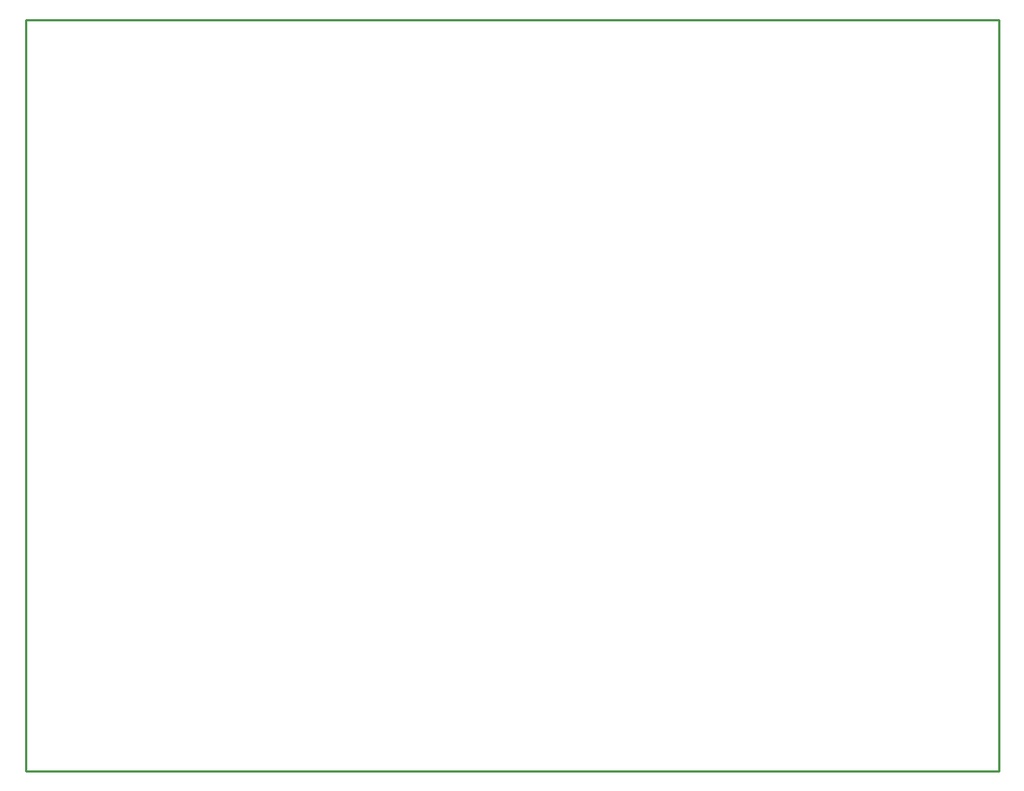
<source format=gm1>
%FSLAX25Y25*%
%MOIN*%
G70*
G01*
G75*
G04 Layer_Color=16711935*
%ADD10R,0.02992X0.03347*%
%ADD11R,0.04331X0.02362*%
%ADD12O,0.04331X0.02362*%
%ADD13R,0.08661X0.11024*%
%ADD14O,0.07480X0.02362*%
%ADD15R,0.07480X0.02362*%
%ADD16R,0.03347X0.02992*%
%ADD17O,0.03150X0.01102*%
%ADD18R,0.06496X0.09449*%
%ADD19R,0.00866X0.02756*%
%ADD20R,0.01378X0.01969*%
%ADD21R,0.02795X0.01811*%
%ADD22R,0.05709X0.08268*%
%ADD23R,0.10984X0.07539*%
%ADD24R,0.03500X0.05000*%
%ADD25R,0.20866X0.09843*%
%ADD26R,0.07874X0.12992*%
%ADD27R,0.07874X0.03543*%
%ADD28R,0.08268X0.05709*%
%ADD29R,0.04331X0.06890*%
%ADD30R,0.02500X0.04173*%
%ADD31R,0.24803X0.21654*%
%ADD32R,0.10827X0.03543*%
%ADD33R,0.16700X0.15000*%
%ADD34C,0.01000*%
%ADD35C,0.02500*%
%ADD36C,0.01000*%
%ADD37C,0.00800*%
%ADD38R,0.06000X0.06000*%
%ADD39C,0.06000*%
%ADD40C,0.15000*%
%ADD41C,0.07500*%
%ADD42C,0.05118*%
%ADD43R,0.05118X0.05118*%
%ADD44C,0.05906*%
%ADD45R,0.08000X0.08000*%
%ADD46C,0.08000*%
%ADD47R,0.06000X0.06000*%
%ADD48C,0.07000*%
%ADD49R,0.07000X0.07000*%
%ADD50C,0.12000*%
%ADD51C,0.23622*%
%ADD52C,0.27559*%
%ADD53C,0.02000*%
%ADD54C,0.02800*%
%ADD55C,0.05000*%
%ADD56C,0.00984*%
%ADD57C,0.00600*%
%ADD58C,0.00500*%
%ADD59C,0.01181*%
%ADD60C,0.03937*%
%ADD61C,0.00787*%
%ADD62C,0.00700*%
%ADD63C,0.00900*%
%ADD64R,0.06000X0.05000*%
%ADD65R,0.07700X0.06900*%
%ADD66R,0.05512X0.07874*%
%ADD67R,0.03347X0.06299*%
%ADD68R,0.03292X0.03647*%
%ADD69R,0.04631X0.02662*%
%ADD70O,0.04631X0.02662*%
%ADD71R,0.08961X0.11324*%
%ADD72O,0.07780X0.02662*%
%ADD73R,0.07780X0.02662*%
%ADD74R,0.03647X0.03292*%
%ADD75O,0.03450X0.01402*%
%ADD76R,0.06796X0.09749*%
%ADD77R,0.01678X0.02269*%
%ADD78R,0.03095X0.02111*%
%ADD79R,0.06009X0.08568*%
%ADD80R,0.11284X0.07839*%
%ADD81R,0.03800X0.05300*%
%ADD82R,0.21166X0.10143*%
%ADD83R,0.08174X0.13292*%
%ADD84R,0.08174X0.03843*%
%ADD85R,0.08568X0.06009*%
%ADD86R,0.04631X0.07190*%
%ADD87R,0.02800X0.04473*%
%ADD88R,0.25103X0.21954*%
%ADD89R,0.11127X0.03843*%
%ADD90R,0.17000X0.15300*%
%ADD91R,0.06300X0.06300*%
%ADD92C,0.06300*%
%ADD93C,0.15800*%
%ADD94C,0.07800*%
%ADD95C,0.05418*%
%ADD96R,0.05418X0.05418*%
%ADD97C,0.06206*%
%ADD98R,0.08300X0.08300*%
%ADD99C,0.08300*%
%ADD100R,0.06300X0.06300*%
%ADD101C,0.07300*%
%ADD102R,0.07300X0.07300*%
%ADD103C,0.12300*%
%ADD104C,0.23922*%
%ADD105C,0.27859*%
%ADD106C,0.03600*%
D34*
X0Y0D02*
Y340000D01*
X440000D01*
Y0D02*
Y340000D01*
X0Y0D02*
X440000D01*
M02*

</source>
